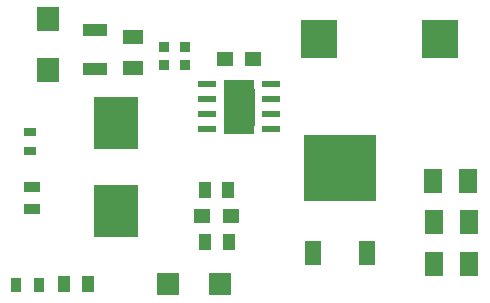
<source format=gtp>
G04 DesignSpark PCB Gerber Version 12.0 Build 5942*
%FSLAX35Y35*%
%MOMM*%
%ADD102R,0.81000X1.31000*%
%ADD89R,1.08000X1.40400*%
%ADD91R,1.37160X2.12760*%
%ADD88R,1.57500X2.07500*%
%ADD97R,1.93500X2.08500*%
%ADD95R,2.65500X4.60500*%
%ADD93R,3.01500X3.26500*%
%ADD98R,3.73500X4.41100*%
%ADD86C,0.02540*%
%ADD94R,1.49000X0.54000*%
%ADD104R,1.11500X0.76500*%
%ADD100R,0.88800X0.82800*%
%ADD101R,1.32000X0.90000*%
%ADD96R,2.09000X0.99000*%
%ADD90R,1.33100X1.28020*%
%ADD99R,1.67600X1.29600*%
%ADD103R,1.98500X1.93500*%
%ADD92R,6.11700X5.60700*%
X0Y0D02*
D02*
D86*
X45798000Y46150000D02*
X46058000D01*
Y45840000D01*
X45798000D01*
Y46150000D01*
G36*
X45798000Y46150000D02*
X46058000D01*
Y45840000D01*
X45798000D01*
Y46150000D01*
G37*
D02*
D88*
X47570000Y45365000D03*
X47580000Y44665000D03*
Y45025000D03*
X47870000Y45365000D03*
X47880000Y44665000D03*
Y45025000D03*
D02*
D89*
X44449000Y44495000D03*
X44649000Y44494000D03*
X45638540Y45293280D03*
X45640540Y44854280D03*
X45838540Y45292280D03*
X45840540Y44853280D03*
D02*
D90*
X45619540Y45073780D03*
X45808000Y46401750D03*
X45860540Y45073780D03*
X46049000Y46401750D03*
D02*
D91*
X46556250Y44762840D03*
X47014250D03*
D02*
D92*
X46785250Y45477340D03*
D02*
D93*
X46604540Y46573280D03*
X47634540D03*
D02*
D94*
X45658000Y45804500D03*
Y45931500D03*
Y46058500D03*
Y46185500D03*
X46198000Y45804500D03*
Y45931500D03*
Y46058500D03*
Y46185500D03*
D02*
D95*
X45928000Y45995000D03*
D02*
D96*
X44710000Y46320000D03*
Y46650000D03*
D02*
D97*
X44310000Y46310000D03*
Y46740000D03*
D02*
D98*
X44890360Y45111610D03*
Y45858510D03*
D02*
D99*
X45030000Y46321400D03*
Y46588600D03*
D02*
D100*
X45290000Y46347500D03*
Y46502500D03*
X45470000Y46347500D03*
Y46502500D03*
D02*
D101*
X44180000Y45131500D03*
Y45318500D03*
D02*
D102*
X44045000Y44485000D03*
X44235000D03*
D02*
D103*
X45329540Y44493280D03*
X45769540D03*
D02*
D104*
X44159540Y45625780D03*
Y45780780D03*
X0Y0D02*
M02*

</source>
